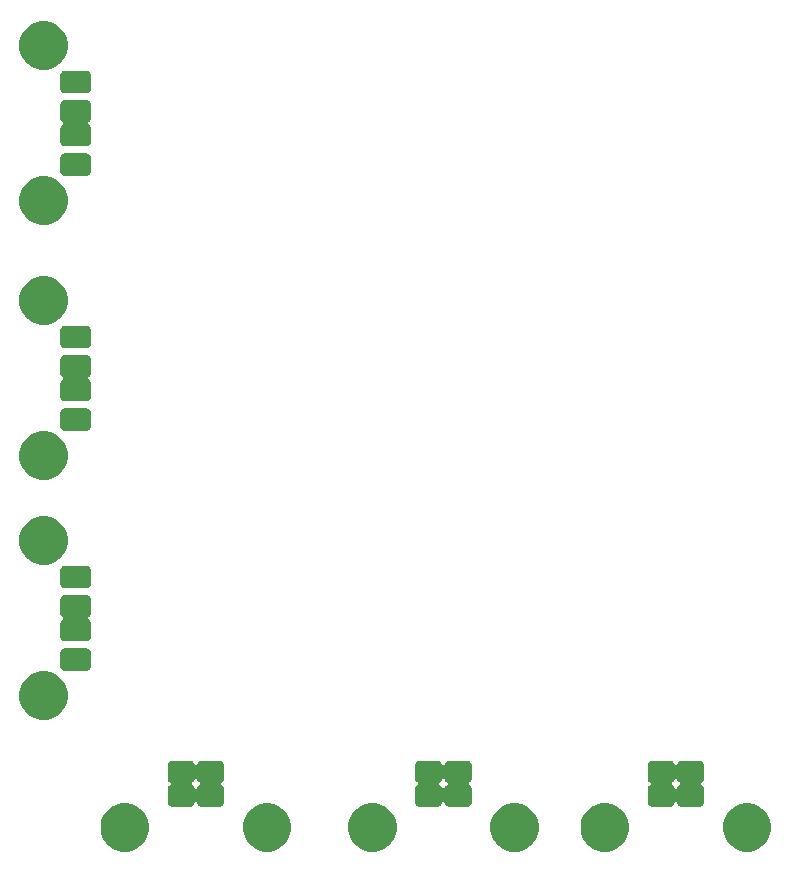
<source format=gbr>
G04 #@! TF.GenerationSoftware,KiCad,Pcbnew,(5.1.4)-1*
G04 #@! TF.CreationDate,2020-11-19T13:50:43+07:00*
G04 #@! TF.ProjectId,serial,73657269-616c-42e6-9b69-6361645f7063,rev?*
G04 #@! TF.SameCoordinates,Original*
G04 #@! TF.FileFunction,Soldermask,Top*
G04 #@! TF.FilePolarity,Negative*
%FSLAX46Y46*%
G04 Gerber Fmt 4.6, Leading zero omitted, Abs format (unit mm)*
G04 Created by KiCad (PCBNEW (5.1.4)-1) date 2020-11-19 13:50:43*
%MOMM*%
%LPD*%
G04 APERTURE LIST*
%ADD10C,0.100000*%
G04 APERTURE END LIST*
D10*
G36*
X133003254Y-92907818D02*
G01*
X133348665Y-93050892D01*
X133376513Y-93062427D01*
X133712436Y-93286884D01*
X133998116Y-93572564D01*
X134222574Y-93908489D01*
X134377182Y-94281746D01*
X134456000Y-94677993D01*
X134456000Y-95082007D01*
X134377182Y-95478254D01*
X134222574Y-95851511D01*
X134222573Y-95851513D01*
X133998116Y-96187436D01*
X133712436Y-96473116D01*
X133376513Y-96697573D01*
X133376512Y-96697574D01*
X133376511Y-96697574D01*
X133003254Y-96852182D01*
X132607007Y-96931000D01*
X132202993Y-96931000D01*
X131806746Y-96852182D01*
X131433489Y-96697574D01*
X131433488Y-96697574D01*
X131433487Y-96697573D01*
X131097564Y-96473116D01*
X130811884Y-96187436D01*
X130587427Y-95851513D01*
X130587426Y-95851511D01*
X130432818Y-95478254D01*
X130354000Y-95082007D01*
X130354000Y-94677993D01*
X130432818Y-94281746D01*
X130587426Y-93908489D01*
X130811884Y-93572564D01*
X131097564Y-93286884D01*
X131433487Y-93062427D01*
X131461335Y-93050892D01*
X131806746Y-92907818D01*
X132202993Y-92829000D01*
X132607007Y-92829000D01*
X133003254Y-92907818D01*
X133003254Y-92907818D01*
G37*
G36*
X113318254Y-92907818D02*
G01*
X113663665Y-93050892D01*
X113691513Y-93062427D01*
X114027436Y-93286884D01*
X114313116Y-93572564D01*
X114537574Y-93908489D01*
X114692182Y-94281746D01*
X114771000Y-94677993D01*
X114771000Y-95082007D01*
X114692182Y-95478254D01*
X114537574Y-95851511D01*
X114537573Y-95851513D01*
X114313116Y-96187436D01*
X114027436Y-96473116D01*
X113691513Y-96697573D01*
X113691512Y-96697574D01*
X113691511Y-96697574D01*
X113318254Y-96852182D01*
X112922007Y-96931000D01*
X112517993Y-96931000D01*
X112121746Y-96852182D01*
X111748489Y-96697574D01*
X111748488Y-96697574D01*
X111748487Y-96697573D01*
X111412564Y-96473116D01*
X111126884Y-96187436D01*
X110902427Y-95851513D01*
X110902426Y-95851511D01*
X110747818Y-95478254D01*
X110669000Y-95082007D01*
X110669000Y-94677993D01*
X110747818Y-94281746D01*
X110902426Y-93908489D01*
X111126884Y-93572564D01*
X111412564Y-93286884D01*
X111748487Y-93062427D01*
X111776335Y-93050892D01*
X112121746Y-92907818D01*
X112517993Y-92829000D01*
X112922007Y-92829000D01*
X113318254Y-92907818D01*
X113318254Y-92907818D01*
G37*
G36*
X101278254Y-92907818D02*
G01*
X101623665Y-93050892D01*
X101651513Y-93062427D01*
X101987436Y-93286884D01*
X102273116Y-93572564D01*
X102497574Y-93908489D01*
X102652182Y-94281746D01*
X102731000Y-94677993D01*
X102731000Y-95082007D01*
X102652182Y-95478254D01*
X102497574Y-95851511D01*
X102497573Y-95851513D01*
X102273116Y-96187436D01*
X101987436Y-96473116D01*
X101651513Y-96697573D01*
X101651512Y-96697574D01*
X101651511Y-96697574D01*
X101278254Y-96852182D01*
X100882007Y-96931000D01*
X100477993Y-96931000D01*
X100081746Y-96852182D01*
X99708489Y-96697574D01*
X99708488Y-96697574D01*
X99708487Y-96697573D01*
X99372564Y-96473116D01*
X99086884Y-96187436D01*
X98862427Y-95851513D01*
X98862426Y-95851511D01*
X98707818Y-95478254D01*
X98629000Y-95082007D01*
X98629000Y-94677993D01*
X98707818Y-94281746D01*
X98862426Y-93908489D01*
X99086884Y-93572564D01*
X99372564Y-93286884D01*
X99708487Y-93062427D01*
X99736335Y-93050892D01*
X100081746Y-92907818D01*
X100477993Y-92829000D01*
X100882007Y-92829000D01*
X101278254Y-92907818D01*
X101278254Y-92907818D01*
G37*
G36*
X80323254Y-92907818D02*
G01*
X80668665Y-93050892D01*
X80696513Y-93062427D01*
X81032436Y-93286884D01*
X81318116Y-93572564D01*
X81542574Y-93908489D01*
X81697182Y-94281746D01*
X81776000Y-94677993D01*
X81776000Y-95082007D01*
X81697182Y-95478254D01*
X81542574Y-95851511D01*
X81542573Y-95851513D01*
X81318116Y-96187436D01*
X81032436Y-96473116D01*
X80696513Y-96697573D01*
X80696512Y-96697574D01*
X80696511Y-96697574D01*
X80323254Y-96852182D01*
X79927007Y-96931000D01*
X79522993Y-96931000D01*
X79126746Y-96852182D01*
X78753489Y-96697574D01*
X78753488Y-96697574D01*
X78753487Y-96697573D01*
X78417564Y-96473116D01*
X78131884Y-96187436D01*
X77907427Y-95851513D01*
X77907426Y-95851511D01*
X77752818Y-95478254D01*
X77674000Y-95082007D01*
X77674000Y-94677993D01*
X77752818Y-94281746D01*
X77907426Y-93908489D01*
X78131884Y-93572564D01*
X78417564Y-93286884D01*
X78753487Y-93062427D01*
X78781335Y-93050892D01*
X79126746Y-92907818D01*
X79522993Y-92829000D01*
X79927007Y-92829000D01*
X80323254Y-92907818D01*
X80323254Y-92907818D01*
G37*
G36*
X92363254Y-92907818D02*
G01*
X92708665Y-93050892D01*
X92736513Y-93062427D01*
X93072436Y-93286884D01*
X93358116Y-93572564D01*
X93582574Y-93908489D01*
X93737182Y-94281746D01*
X93816000Y-94677993D01*
X93816000Y-95082007D01*
X93737182Y-95478254D01*
X93582574Y-95851511D01*
X93582573Y-95851513D01*
X93358116Y-96187436D01*
X93072436Y-96473116D01*
X92736513Y-96697573D01*
X92736512Y-96697574D01*
X92736511Y-96697574D01*
X92363254Y-96852182D01*
X91967007Y-96931000D01*
X91562993Y-96931000D01*
X91166746Y-96852182D01*
X90793489Y-96697574D01*
X90793488Y-96697574D01*
X90793487Y-96697573D01*
X90457564Y-96473116D01*
X90171884Y-96187436D01*
X89947427Y-95851513D01*
X89947426Y-95851511D01*
X89792818Y-95478254D01*
X89714000Y-95082007D01*
X89714000Y-94677993D01*
X89792818Y-94281746D01*
X89947426Y-93908489D01*
X90171884Y-93572564D01*
X90457564Y-93286884D01*
X90793487Y-93062427D01*
X90821335Y-93050892D01*
X91166746Y-92907818D01*
X91562993Y-92829000D01*
X91967007Y-92829000D01*
X92363254Y-92907818D01*
X92363254Y-92907818D01*
G37*
G36*
X120963254Y-92907818D02*
G01*
X121308665Y-93050892D01*
X121336513Y-93062427D01*
X121672436Y-93286884D01*
X121958116Y-93572564D01*
X122182574Y-93908489D01*
X122337182Y-94281746D01*
X122416000Y-94677993D01*
X122416000Y-95082007D01*
X122337182Y-95478254D01*
X122182574Y-95851511D01*
X122182573Y-95851513D01*
X121958116Y-96187436D01*
X121672436Y-96473116D01*
X121336513Y-96697573D01*
X121336512Y-96697574D01*
X121336511Y-96697574D01*
X120963254Y-96852182D01*
X120567007Y-96931000D01*
X120162993Y-96931000D01*
X119766746Y-96852182D01*
X119393489Y-96697574D01*
X119393488Y-96697574D01*
X119393487Y-96697573D01*
X119057564Y-96473116D01*
X118771884Y-96187436D01*
X118547427Y-95851513D01*
X118547426Y-95851511D01*
X118392818Y-95478254D01*
X118314000Y-95082007D01*
X118314000Y-94677993D01*
X118392818Y-94281746D01*
X118547426Y-93908489D01*
X118771884Y-93572564D01*
X119057564Y-93286884D01*
X119393487Y-93062427D01*
X119421335Y-93050892D01*
X119766746Y-92907818D01*
X120162993Y-92829000D01*
X120567007Y-92829000D01*
X120963254Y-92907818D01*
X120963254Y-92907818D01*
G37*
G36*
X85313455Y-89227528D02*
G01*
X85390812Y-89250995D01*
X85462117Y-89289108D01*
X85524608Y-89340392D01*
X85575892Y-89402883D01*
X85614005Y-89474188D01*
X85625384Y-89511699D01*
X85634761Y-89534338D01*
X85648375Y-89554712D01*
X85665702Y-89572039D01*
X85686076Y-89585653D01*
X85708715Y-89595030D01*
X85732748Y-89599810D01*
X85757253Y-89599810D01*
X85781286Y-89595029D01*
X85803925Y-89585652D01*
X85824299Y-89572038D01*
X85841626Y-89554711D01*
X85855240Y-89534337D01*
X85864616Y-89511699D01*
X85875995Y-89474188D01*
X85914108Y-89402883D01*
X85965392Y-89340392D01*
X86027883Y-89289108D01*
X86099188Y-89250995D01*
X86176545Y-89227528D01*
X86263140Y-89219000D01*
X87726860Y-89219000D01*
X87813455Y-89227528D01*
X87890812Y-89250995D01*
X87962117Y-89289108D01*
X88024608Y-89340392D01*
X88075892Y-89402883D01*
X88114005Y-89474188D01*
X88137472Y-89551545D01*
X88146000Y-89638140D01*
X88146000Y-90701860D01*
X88137472Y-90788455D01*
X88114005Y-90865812D01*
X88075892Y-90937117D01*
X88024608Y-90999608D01*
X87962117Y-91050892D01*
X87945526Y-91059760D01*
X87925152Y-91073374D01*
X87907825Y-91090701D01*
X87894211Y-91111075D01*
X87884834Y-91133714D01*
X87880053Y-91157747D01*
X87880053Y-91182251D01*
X87884833Y-91206285D01*
X87894210Y-91228924D01*
X87907824Y-91249298D01*
X87925151Y-91266625D01*
X87945526Y-91280240D01*
X87962117Y-91289108D01*
X88024608Y-91340392D01*
X88075892Y-91402883D01*
X88114005Y-91474188D01*
X88137472Y-91551545D01*
X88146000Y-91638140D01*
X88146000Y-92701860D01*
X88137472Y-92788455D01*
X88114005Y-92865812D01*
X88075892Y-92937117D01*
X88024608Y-92999608D01*
X87962117Y-93050892D01*
X87890812Y-93089005D01*
X87813455Y-93112472D01*
X87726860Y-93121000D01*
X86263140Y-93121000D01*
X86176545Y-93112472D01*
X86099188Y-93089005D01*
X86027883Y-93050892D01*
X85965392Y-92999608D01*
X85914108Y-92937117D01*
X85875995Y-92865812D01*
X85864616Y-92828301D01*
X85855239Y-92805662D01*
X85841625Y-92785288D01*
X85824298Y-92767961D01*
X85803924Y-92754347D01*
X85781285Y-92744970D01*
X85757252Y-92740190D01*
X85732747Y-92740190D01*
X85708714Y-92744971D01*
X85686075Y-92754348D01*
X85665701Y-92767962D01*
X85648374Y-92785289D01*
X85634760Y-92805663D01*
X85625384Y-92828301D01*
X85614005Y-92865812D01*
X85575892Y-92937117D01*
X85524608Y-92999608D01*
X85462117Y-93050892D01*
X85390812Y-93089005D01*
X85313455Y-93112472D01*
X85226860Y-93121000D01*
X83763140Y-93121000D01*
X83676545Y-93112472D01*
X83599188Y-93089005D01*
X83527883Y-93050892D01*
X83465392Y-92999608D01*
X83414108Y-92937117D01*
X83375995Y-92865812D01*
X83352528Y-92788455D01*
X83344000Y-92701860D01*
X83344000Y-91638140D01*
X83352528Y-91551545D01*
X83375995Y-91474188D01*
X83414108Y-91402883D01*
X83465392Y-91340392D01*
X83527883Y-91289108D01*
X83544474Y-91280240D01*
X83564848Y-91266626D01*
X83582175Y-91249299D01*
X83595789Y-91228925D01*
X83605166Y-91206286D01*
X83609947Y-91182253D01*
X83609947Y-91157749D01*
X83609947Y-91157747D01*
X85380053Y-91157747D01*
X85380053Y-91182251D01*
X85384833Y-91206285D01*
X85394210Y-91228924D01*
X85407824Y-91249298D01*
X85425151Y-91266625D01*
X85445526Y-91280240D01*
X85462117Y-91289108D01*
X85524608Y-91340392D01*
X85575892Y-91402883D01*
X85614005Y-91474188D01*
X85625384Y-91511699D01*
X85634761Y-91534338D01*
X85648375Y-91554712D01*
X85665702Y-91572039D01*
X85686076Y-91585653D01*
X85708715Y-91595030D01*
X85732748Y-91599810D01*
X85757253Y-91599810D01*
X85781286Y-91595029D01*
X85803925Y-91585652D01*
X85824299Y-91572038D01*
X85841626Y-91554711D01*
X85855240Y-91534337D01*
X85864616Y-91511699D01*
X85875995Y-91474188D01*
X85914108Y-91402883D01*
X85965392Y-91340392D01*
X86027883Y-91289108D01*
X86044474Y-91280240D01*
X86064848Y-91266626D01*
X86082175Y-91249299D01*
X86095789Y-91228925D01*
X86105166Y-91206286D01*
X86109947Y-91182253D01*
X86109947Y-91157749D01*
X86105167Y-91133715D01*
X86095790Y-91111076D01*
X86082176Y-91090702D01*
X86064849Y-91073375D01*
X86044474Y-91059760D01*
X86027883Y-91050892D01*
X85965392Y-90999608D01*
X85914108Y-90937117D01*
X85875995Y-90865812D01*
X85864616Y-90828301D01*
X85855239Y-90805662D01*
X85841625Y-90785288D01*
X85824298Y-90767961D01*
X85803924Y-90754347D01*
X85781285Y-90744970D01*
X85757252Y-90740190D01*
X85732747Y-90740190D01*
X85708714Y-90744971D01*
X85686075Y-90754348D01*
X85665701Y-90767962D01*
X85648374Y-90785289D01*
X85634760Y-90805663D01*
X85625384Y-90828301D01*
X85614005Y-90865812D01*
X85575892Y-90937117D01*
X85524608Y-90999608D01*
X85462117Y-91050892D01*
X85445526Y-91059760D01*
X85425152Y-91073374D01*
X85407825Y-91090701D01*
X85394211Y-91111075D01*
X85384834Y-91133714D01*
X85380053Y-91157747D01*
X83609947Y-91157747D01*
X83605167Y-91133715D01*
X83595790Y-91111076D01*
X83582176Y-91090702D01*
X83564849Y-91073375D01*
X83544474Y-91059760D01*
X83527883Y-91050892D01*
X83465392Y-90999608D01*
X83414108Y-90937117D01*
X83375995Y-90865812D01*
X83352528Y-90788455D01*
X83344000Y-90701860D01*
X83344000Y-89638140D01*
X83352528Y-89551545D01*
X83375995Y-89474188D01*
X83414108Y-89402883D01*
X83465392Y-89340392D01*
X83527883Y-89289108D01*
X83599188Y-89250995D01*
X83676545Y-89227528D01*
X83763140Y-89219000D01*
X85226860Y-89219000D01*
X85313455Y-89227528D01*
X85313455Y-89227528D01*
G37*
G36*
X106268455Y-89227528D02*
G01*
X106345812Y-89250995D01*
X106417117Y-89289108D01*
X106479608Y-89340392D01*
X106530892Y-89402883D01*
X106569005Y-89474188D01*
X106580384Y-89511699D01*
X106589761Y-89534338D01*
X106603375Y-89554712D01*
X106620702Y-89572039D01*
X106641076Y-89585653D01*
X106663715Y-89595030D01*
X106687748Y-89599810D01*
X106712253Y-89599810D01*
X106736286Y-89595029D01*
X106758925Y-89585652D01*
X106779299Y-89572038D01*
X106796626Y-89554711D01*
X106810240Y-89534337D01*
X106819616Y-89511699D01*
X106830995Y-89474188D01*
X106869108Y-89402883D01*
X106920392Y-89340392D01*
X106982883Y-89289108D01*
X107054188Y-89250995D01*
X107131545Y-89227528D01*
X107218140Y-89219000D01*
X108681860Y-89219000D01*
X108768455Y-89227528D01*
X108845812Y-89250995D01*
X108917117Y-89289108D01*
X108979608Y-89340392D01*
X109030892Y-89402883D01*
X109069005Y-89474188D01*
X109092472Y-89551545D01*
X109101000Y-89638140D01*
X109101000Y-90701860D01*
X109092472Y-90788455D01*
X109069005Y-90865812D01*
X109030892Y-90937117D01*
X108979608Y-90999608D01*
X108917117Y-91050892D01*
X108900526Y-91059760D01*
X108880152Y-91073374D01*
X108862825Y-91090701D01*
X108849211Y-91111075D01*
X108839834Y-91133714D01*
X108835053Y-91157747D01*
X108835053Y-91182251D01*
X108839833Y-91206285D01*
X108849210Y-91228924D01*
X108862824Y-91249298D01*
X108880151Y-91266625D01*
X108900526Y-91280240D01*
X108917117Y-91289108D01*
X108979608Y-91340392D01*
X109030892Y-91402883D01*
X109069005Y-91474188D01*
X109092472Y-91551545D01*
X109101000Y-91638140D01*
X109101000Y-92701860D01*
X109092472Y-92788455D01*
X109069005Y-92865812D01*
X109030892Y-92937117D01*
X108979608Y-92999608D01*
X108917117Y-93050892D01*
X108845812Y-93089005D01*
X108768455Y-93112472D01*
X108681860Y-93121000D01*
X107218140Y-93121000D01*
X107131545Y-93112472D01*
X107054188Y-93089005D01*
X106982883Y-93050892D01*
X106920392Y-92999608D01*
X106869108Y-92937117D01*
X106830995Y-92865812D01*
X106819616Y-92828301D01*
X106810239Y-92805662D01*
X106796625Y-92785288D01*
X106779298Y-92767961D01*
X106758924Y-92754347D01*
X106736285Y-92744970D01*
X106712252Y-92740190D01*
X106687747Y-92740190D01*
X106663714Y-92744971D01*
X106641075Y-92754348D01*
X106620701Y-92767962D01*
X106603374Y-92785289D01*
X106589760Y-92805663D01*
X106580384Y-92828301D01*
X106569005Y-92865812D01*
X106530892Y-92937117D01*
X106479608Y-92999608D01*
X106417117Y-93050892D01*
X106345812Y-93089005D01*
X106268455Y-93112472D01*
X106181860Y-93121000D01*
X104718140Y-93121000D01*
X104631545Y-93112472D01*
X104554188Y-93089005D01*
X104482883Y-93050892D01*
X104420392Y-92999608D01*
X104369108Y-92937117D01*
X104330995Y-92865812D01*
X104307528Y-92788455D01*
X104299000Y-92701860D01*
X104299000Y-91638140D01*
X104307528Y-91551545D01*
X104330995Y-91474188D01*
X104369108Y-91402883D01*
X104420392Y-91340392D01*
X104482883Y-91289108D01*
X104499474Y-91280240D01*
X104519848Y-91266626D01*
X104537175Y-91249299D01*
X104550789Y-91228925D01*
X104560166Y-91206286D01*
X104564947Y-91182253D01*
X104564947Y-91157749D01*
X104564947Y-91157747D01*
X106335053Y-91157747D01*
X106335053Y-91182251D01*
X106339833Y-91206285D01*
X106349210Y-91228924D01*
X106362824Y-91249298D01*
X106380151Y-91266625D01*
X106400526Y-91280240D01*
X106417117Y-91289108D01*
X106479608Y-91340392D01*
X106530892Y-91402883D01*
X106569005Y-91474188D01*
X106580384Y-91511699D01*
X106589761Y-91534338D01*
X106603375Y-91554712D01*
X106620702Y-91572039D01*
X106641076Y-91585653D01*
X106663715Y-91595030D01*
X106687748Y-91599810D01*
X106712253Y-91599810D01*
X106736286Y-91595029D01*
X106758925Y-91585652D01*
X106779299Y-91572038D01*
X106796626Y-91554711D01*
X106810240Y-91534337D01*
X106819616Y-91511699D01*
X106830995Y-91474188D01*
X106869108Y-91402883D01*
X106920392Y-91340392D01*
X106982883Y-91289108D01*
X106999474Y-91280240D01*
X107019848Y-91266626D01*
X107037175Y-91249299D01*
X107050789Y-91228925D01*
X107060166Y-91206286D01*
X107064947Y-91182253D01*
X107064947Y-91157749D01*
X107060167Y-91133715D01*
X107050790Y-91111076D01*
X107037176Y-91090702D01*
X107019849Y-91073375D01*
X106999474Y-91059760D01*
X106982883Y-91050892D01*
X106920392Y-90999608D01*
X106869108Y-90937117D01*
X106830995Y-90865812D01*
X106819616Y-90828301D01*
X106810239Y-90805662D01*
X106796625Y-90785288D01*
X106779298Y-90767961D01*
X106758924Y-90754347D01*
X106736285Y-90744970D01*
X106712252Y-90740190D01*
X106687747Y-90740190D01*
X106663714Y-90744971D01*
X106641075Y-90754348D01*
X106620701Y-90767962D01*
X106603374Y-90785289D01*
X106589760Y-90805663D01*
X106580384Y-90828301D01*
X106569005Y-90865812D01*
X106530892Y-90937117D01*
X106479608Y-90999608D01*
X106417117Y-91050892D01*
X106400526Y-91059760D01*
X106380152Y-91073374D01*
X106362825Y-91090701D01*
X106349211Y-91111075D01*
X106339834Y-91133714D01*
X106335053Y-91157747D01*
X104564947Y-91157747D01*
X104560167Y-91133715D01*
X104550790Y-91111076D01*
X104537176Y-91090702D01*
X104519849Y-91073375D01*
X104499474Y-91059760D01*
X104482883Y-91050892D01*
X104420392Y-90999608D01*
X104369108Y-90937117D01*
X104330995Y-90865812D01*
X104307528Y-90788455D01*
X104299000Y-90701860D01*
X104299000Y-89638140D01*
X104307528Y-89551545D01*
X104330995Y-89474188D01*
X104369108Y-89402883D01*
X104420392Y-89340392D01*
X104482883Y-89289108D01*
X104554188Y-89250995D01*
X104631545Y-89227528D01*
X104718140Y-89219000D01*
X106181860Y-89219000D01*
X106268455Y-89227528D01*
X106268455Y-89227528D01*
G37*
G36*
X125953455Y-89227528D02*
G01*
X126030812Y-89250995D01*
X126102117Y-89289108D01*
X126164608Y-89340392D01*
X126215892Y-89402883D01*
X126254005Y-89474188D01*
X126265384Y-89511699D01*
X126274761Y-89534338D01*
X126288375Y-89554712D01*
X126305702Y-89572039D01*
X126326076Y-89585653D01*
X126348715Y-89595030D01*
X126372748Y-89599810D01*
X126397253Y-89599810D01*
X126421286Y-89595029D01*
X126443925Y-89585652D01*
X126464299Y-89572038D01*
X126481626Y-89554711D01*
X126495240Y-89534337D01*
X126504616Y-89511699D01*
X126515995Y-89474188D01*
X126554108Y-89402883D01*
X126605392Y-89340392D01*
X126667883Y-89289108D01*
X126739188Y-89250995D01*
X126816545Y-89227528D01*
X126903140Y-89219000D01*
X128366860Y-89219000D01*
X128453455Y-89227528D01*
X128530812Y-89250995D01*
X128602117Y-89289108D01*
X128664608Y-89340392D01*
X128715892Y-89402883D01*
X128754005Y-89474188D01*
X128777472Y-89551545D01*
X128786000Y-89638140D01*
X128786000Y-90701860D01*
X128777472Y-90788455D01*
X128754005Y-90865812D01*
X128715892Y-90937117D01*
X128664608Y-90999608D01*
X128602117Y-91050892D01*
X128585526Y-91059760D01*
X128565152Y-91073374D01*
X128547825Y-91090701D01*
X128534211Y-91111075D01*
X128524834Y-91133714D01*
X128520053Y-91157747D01*
X128520053Y-91182251D01*
X128524833Y-91206285D01*
X128534210Y-91228924D01*
X128547824Y-91249298D01*
X128565151Y-91266625D01*
X128585526Y-91280240D01*
X128602117Y-91289108D01*
X128664608Y-91340392D01*
X128715892Y-91402883D01*
X128754005Y-91474188D01*
X128777472Y-91551545D01*
X128786000Y-91638140D01*
X128786000Y-92701860D01*
X128777472Y-92788455D01*
X128754005Y-92865812D01*
X128715892Y-92937117D01*
X128664608Y-92999608D01*
X128602117Y-93050892D01*
X128530812Y-93089005D01*
X128453455Y-93112472D01*
X128366860Y-93121000D01*
X126903140Y-93121000D01*
X126816545Y-93112472D01*
X126739188Y-93089005D01*
X126667883Y-93050892D01*
X126605392Y-92999608D01*
X126554108Y-92937117D01*
X126515995Y-92865812D01*
X126504616Y-92828301D01*
X126495239Y-92805662D01*
X126481625Y-92785288D01*
X126464298Y-92767961D01*
X126443924Y-92754347D01*
X126421285Y-92744970D01*
X126397252Y-92740190D01*
X126372747Y-92740190D01*
X126348714Y-92744971D01*
X126326075Y-92754348D01*
X126305701Y-92767962D01*
X126288374Y-92785289D01*
X126274760Y-92805663D01*
X126265384Y-92828301D01*
X126254005Y-92865812D01*
X126215892Y-92937117D01*
X126164608Y-92999608D01*
X126102117Y-93050892D01*
X126030812Y-93089005D01*
X125953455Y-93112472D01*
X125866860Y-93121000D01*
X124403140Y-93121000D01*
X124316545Y-93112472D01*
X124239188Y-93089005D01*
X124167883Y-93050892D01*
X124105392Y-92999608D01*
X124054108Y-92937117D01*
X124015995Y-92865812D01*
X123992528Y-92788455D01*
X123984000Y-92701860D01*
X123984000Y-91638140D01*
X123992528Y-91551545D01*
X124015995Y-91474188D01*
X124054108Y-91402883D01*
X124105392Y-91340392D01*
X124167883Y-91289108D01*
X124184474Y-91280240D01*
X124204848Y-91266626D01*
X124222175Y-91249299D01*
X124235789Y-91228925D01*
X124245166Y-91206286D01*
X124249947Y-91182253D01*
X124249947Y-91157749D01*
X124249947Y-91157747D01*
X126020053Y-91157747D01*
X126020053Y-91182251D01*
X126024833Y-91206285D01*
X126034210Y-91228924D01*
X126047824Y-91249298D01*
X126065151Y-91266625D01*
X126085526Y-91280240D01*
X126102117Y-91289108D01*
X126164608Y-91340392D01*
X126215892Y-91402883D01*
X126254005Y-91474188D01*
X126265384Y-91511699D01*
X126274761Y-91534338D01*
X126288375Y-91554712D01*
X126305702Y-91572039D01*
X126326076Y-91585653D01*
X126348715Y-91595030D01*
X126372748Y-91599810D01*
X126397253Y-91599810D01*
X126421286Y-91595029D01*
X126443925Y-91585652D01*
X126464299Y-91572038D01*
X126481626Y-91554711D01*
X126495240Y-91534337D01*
X126504616Y-91511699D01*
X126515995Y-91474188D01*
X126554108Y-91402883D01*
X126605392Y-91340392D01*
X126667883Y-91289108D01*
X126684474Y-91280240D01*
X126704848Y-91266626D01*
X126722175Y-91249299D01*
X126735789Y-91228925D01*
X126745166Y-91206286D01*
X126749947Y-91182253D01*
X126749947Y-91157749D01*
X126745167Y-91133715D01*
X126735790Y-91111076D01*
X126722176Y-91090702D01*
X126704849Y-91073375D01*
X126684474Y-91059760D01*
X126667883Y-91050892D01*
X126605392Y-90999608D01*
X126554108Y-90937117D01*
X126515995Y-90865812D01*
X126504616Y-90828301D01*
X126495239Y-90805662D01*
X126481625Y-90785288D01*
X126464298Y-90767961D01*
X126443924Y-90754347D01*
X126421285Y-90744970D01*
X126397252Y-90740190D01*
X126372747Y-90740190D01*
X126348714Y-90744971D01*
X126326075Y-90754348D01*
X126305701Y-90767962D01*
X126288374Y-90785289D01*
X126274760Y-90805663D01*
X126265384Y-90828301D01*
X126254005Y-90865812D01*
X126215892Y-90937117D01*
X126164608Y-90999608D01*
X126102117Y-91050892D01*
X126085526Y-91059760D01*
X126065152Y-91073374D01*
X126047825Y-91090701D01*
X126034211Y-91111075D01*
X126024834Y-91133714D01*
X126020053Y-91157747D01*
X124249947Y-91157747D01*
X124245167Y-91133715D01*
X124235790Y-91111076D01*
X124222176Y-91090702D01*
X124204849Y-91073375D01*
X124184474Y-91059760D01*
X124167883Y-91050892D01*
X124105392Y-90999608D01*
X124054108Y-90937117D01*
X124015995Y-90865812D01*
X123992528Y-90788455D01*
X123984000Y-90701860D01*
X123984000Y-89638140D01*
X123992528Y-89551545D01*
X124015995Y-89474188D01*
X124054108Y-89402883D01*
X124105392Y-89340392D01*
X124167883Y-89289108D01*
X124239188Y-89250995D01*
X124316545Y-89227528D01*
X124403140Y-89219000D01*
X125866860Y-89219000D01*
X125953455Y-89227528D01*
X125953455Y-89227528D01*
G37*
G36*
X73453254Y-81757818D02*
G01*
X73826511Y-81912426D01*
X73826513Y-81912427D01*
X74162436Y-82136884D01*
X74448116Y-82422564D01*
X74672574Y-82758489D01*
X74827182Y-83131746D01*
X74906000Y-83527993D01*
X74906000Y-83932007D01*
X74827182Y-84328254D01*
X74672574Y-84701511D01*
X74672573Y-84701513D01*
X74448116Y-85037436D01*
X74162436Y-85323116D01*
X73826513Y-85547573D01*
X73826512Y-85547574D01*
X73826511Y-85547574D01*
X73453254Y-85702182D01*
X73057007Y-85781000D01*
X72652993Y-85781000D01*
X72256746Y-85702182D01*
X71883489Y-85547574D01*
X71883488Y-85547574D01*
X71883487Y-85547573D01*
X71547564Y-85323116D01*
X71261884Y-85037436D01*
X71037427Y-84701513D01*
X71037426Y-84701511D01*
X70882818Y-84328254D01*
X70804000Y-83932007D01*
X70804000Y-83527993D01*
X70882818Y-83131746D01*
X71037426Y-82758489D01*
X71261884Y-82422564D01*
X71547564Y-82136884D01*
X71883487Y-81912427D01*
X71883489Y-81912426D01*
X72256746Y-81757818D01*
X72652993Y-81679000D01*
X73057007Y-81679000D01*
X73453254Y-81757818D01*
X73453254Y-81757818D01*
G37*
G36*
X76533455Y-79717528D02*
G01*
X76610812Y-79740995D01*
X76682117Y-79779108D01*
X76744608Y-79830392D01*
X76795892Y-79892883D01*
X76834005Y-79964188D01*
X76857472Y-80041545D01*
X76866000Y-80128140D01*
X76866000Y-81191860D01*
X76857472Y-81278455D01*
X76834005Y-81355812D01*
X76795892Y-81427117D01*
X76744608Y-81489608D01*
X76682117Y-81540892D01*
X76610812Y-81579005D01*
X76533455Y-81602472D01*
X76446860Y-81611000D01*
X74683140Y-81611000D01*
X74596545Y-81602472D01*
X74519188Y-81579005D01*
X74447883Y-81540892D01*
X74385392Y-81489608D01*
X74334108Y-81427117D01*
X74295995Y-81355812D01*
X74272528Y-81278455D01*
X74264000Y-81191860D01*
X74264000Y-80128140D01*
X74272528Y-80041545D01*
X74295995Y-79964188D01*
X74334108Y-79892883D01*
X74385392Y-79830392D01*
X74447883Y-79779108D01*
X74519188Y-79740995D01*
X74596545Y-79717528D01*
X74683140Y-79709000D01*
X76446860Y-79709000D01*
X76533455Y-79717528D01*
X76533455Y-79717528D01*
G37*
G36*
X76533455Y-75217528D02*
G01*
X76610812Y-75240995D01*
X76682117Y-75279108D01*
X76744608Y-75330392D01*
X76795892Y-75392883D01*
X76834005Y-75464188D01*
X76857472Y-75541545D01*
X76866000Y-75628140D01*
X76866000Y-76691860D01*
X76857472Y-76778455D01*
X76834005Y-76855812D01*
X76795892Y-76927117D01*
X76744608Y-76989608D01*
X76682117Y-77040892D01*
X76665526Y-77049760D01*
X76645152Y-77063374D01*
X76627825Y-77080701D01*
X76614211Y-77101075D01*
X76604834Y-77123714D01*
X76600053Y-77147747D01*
X76600053Y-77172251D01*
X76604833Y-77196285D01*
X76614210Y-77218924D01*
X76627824Y-77239298D01*
X76645151Y-77256625D01*
X76665526Y-77270240D01*
X76682117Y-77279108D01*
X76744608Y-77330392D01*
X76795892Y-77392883D01*
X76834005Y-77464188D01*
X76857472Y-77541545D01*
X76866000Y-77628140D01*
X76866000Y-78691860D01*
X76857472Y-78778455D01*
X76834005Y-78855812D01*
X76795892Y-78927117D01*
X76744608Y-78989608D01*
X76682117Y-79040892D01*
X76610812Y-79079005D01*
X76533455Y-79102472D01*
X76446860Y-79111000D01*
X74683140Y-79111000D01*
X74596545Y-79102472D01*
X74519188Y-79079005D01*
X74447883Y-79040892D01*
X74385392Y-78989608D01*
X74334108Y-78927117D01*
X74295995Y-78855812D01*
X74272528Y-78778455D01*
X74264000Y-78691860D01*
X74264000Y-77628140D01*
X74272528Y-77541545D01*
X74295995Y-77464188D01*
X74334108Y-77392883D01*
X74385392Y-77330392D01*
X74447883Y-77279108D01*
X74464474Y-77270240D01*
X74484848Y-77256626D01*
X74502175Y-77239299D01*
X74515789Y-77218925D01*
X74525166Y-77196286D01*
X74529947Y-77172253D01*
X74529947Y-77147749D01*
X74525167Y-77123715D01*
X74515790Y-77101076D01*
X74502176Y-77080702D01*
X74484849Y-77063375D01*
X74464474Y-77049760D01*
X74447883Y-77040892D01*
X74385392Y-76989608D01*
X74334108Y-76927117D01*
X74295995Y-76855812D01*
X74272528Y-76778455D01*
X74264000Y-76691860D01*
X74264000Y-75628140D01*
X74272528Y-75541545D01*
X74295995Y-75464188D01*
X74334108Y-75392883D01*
X74385392Y-75330392D01*
X74447883Y-75279108D01*
X74519188Y-75240995D01*
X74596545Y-75217528D01*
X74683140Y-75209000D01*
X76446860Y-75209000D01*
X76533455Y-75217528D01*
X76533455Y-75217528D01*
G37*
G36*
X76533455Y-72717528D02*
G01*
X76610812Y-72740995D01*
X76682117Y-72779108D01*
X76744608Y-72830392D01*
X76795892Y-72892883D01*
X76834005Y-72964188D01*
X76857472Y-73041545D01*
X76866000Y-73128140D01*
X76866000Y-74191860D01*
X76857472Y-74278455D01*
X76834005Y-74355812D01*
X76795892Y-74427117D01*
X76744608Y-74489608D01*
X76682117Y-74540892D01*
X76610812Y-74579005D01*
X76533455Y-74602472D01*
X76446860Y-74611000D01*
X74683140Y-74611000D01*
X74596545Y-74602472D01*
X74519188Y-74579005D01*
X74447883Y-74540892D01*
X74385392Y-74489608D01*
X74334108Y-74427117D01*
X74295995Y-74355812D01*
X74272528Y-74278455D01*
X74264000Y-74191860D01*
X74264000Y-73128140D01*
X74272528Y-73041545D01*
X74295995Y-72964188D01*
X74334108Y-72892883D01*
X74385392Y-72830392D01*
X74447883Y-72779108D01*
X74519188Y-72740995D01*
X74596545Y-72717528D01*
X74683140Y-72709000D01*
X76446860Y-72709000D01*
X76533455Y-72717528D01*
X76533455Y-72717528D01*
G37*
G36*
X73453254Y-68617818D02*
G01*
X73826511Y-68772426D01*
X73826513Y-68772427D01*
X74162436Y-68996884D01*
X74448116Y-69282564D01*
X74672574Y-69618489D01*
X74827182Y-69991746D01*
X74906000Y-70387993D01*
X74906000Y-70792007D01*
X74827182Y-71188254D01*
X74672574Y-71561511D01*
X74672573Y-71561513D01*
X74448116Y-71897436D01*
X74162436Y-72183116D01*
X73826513Y-72407573D01*
X73826512Y-72407574D01*
X73826511Y-72407574D01*
X73453254Y-72562182D01*
X73057007Y-72641000D01*
X72652993Y-72641000D01*
X72256746Y-72562182D01*
X71883489Y-72407574D01*
X71883488Y-72407574D01*
X71883487Y-72407573D01*
X71547564Y-72183116D01*
X71261884Y-71897436D01*
X71037427Y-71561513D01*
X71037426Y-71561511D01*
X70882818Y-71188254D01*
X70804000Y-70792007D01*
X70804000Y-70387993D01*
X70882818Y-69991746D01*
X71037426Y-69618489D01*
X71261884Y-69282564D01*
X71547564Y-68996884D01*
X71883487Y-68772427D01*
X71883489Y-68772426D01*
X72256746Y-68617818D01*
X72652993Y-68539000D01*
X73057007Y-68539000D01*
X73453254Y-68617818D01*
X73453254Y-68617818D01*
G37*
G36*
X73453254Y-61437818D02*
G01*
X73826511Y-61592426D01*
X73826513Y-61592427D01*
X74162436Y-61816884D01*
X74448116Y-62102564D01*
X74672574Y-62438489D01*
X74827182Y-62811746D01*
X74906000Y-63207993D01*
X74906000Y-63612007D01*
X74827182Y-64008254D01*
X74672574Y-64381511D01*
X74672573Y-64381513D01*
X74448116Y-64717436D01*
X74162436Y-65003116D01*
X73826513Y-65227573D01*
X73826512Y-65227574D01*
X73826511Y-65227574D01*
X73453254Y-65382182D01*
X73057007Y-65461000D01*
X72652993Y-65461000D01*
X72256746Y-65382182D01*
X71883489Y-65227574D01*
X71883488Y-65227574D01*
X71883487Y-65227573D01*
X71547564Y-65003116D01*
X71261884Y-64717436D01*
X71037427Y-64381513D01*
X71037426Y-64381511D01*
X70882818Y-64008254D01*
X70804000Y-63612007D01*
X70804000Y-63207993D01*
X70882818Y-62811746D01*
X71037426Y-62438489D01*
X71261884Y-62102564D01*
X71547564Y-61816884D01*
X71883487Y-61592427D01*
X71883489Y-61592426D01*
X72256746Y-61437818D01*
X72652993Y-61359000D01*
X73057007Y-61359000D01*
X73453254Y-61437818D01*
X73453254Y-61437818D01*
G37*
G36*
X76533455Y-59397528D02*
G01*
X76610812Y-59420995D01*
X76682117Y-59459108D01*
X76744608Y-59510392D01*
X76795892Y-59572883D01*
X76834005Y-59644188D01*
X76857472Y-59721545D01*
X76866000Y-59808140D01*
X76866000Y-60871860D01*
X76857472Y-60958455D01*
X76834005Y-61035812D01*
X76795892Y-61107117D01*
X76744608Y-61169608D01*
X76682117Y-61220892D01*
X76610812Y-61259005D01*
X76533455Y-61282472D01*
X76446860Y-61291000D01*
X74683140Y-61291000D01*
X74596545Y-61282472D01*
X74519188Y-61259005D01*
X74447883Y-61220892D01*
X74385392Y-61169608D01*
X74334108Y-61107117D01*
X74295995Y-61035812D01*
X74272528Y-60958455D01*
X74264000Y-60871860D01*
X74264000Y-59808140D01*
X74272528Y-59721545D01*
X74295995Y-59644188D01*
X74334108Y-59572883D01*
X74385392Y-59510392D01*
X74447883Y-59459108D01*
X74519188Y-59420995D01*
X74596545Y-59397528D01*
X74683140Y-59389000D01*
X76446860Y-59389000D01*
X76533455Y-59397528D01*
X76533455Y-59397528D01*
G37*
G36*
X76533455Y-54897528D02*
G01*
X76610812Y-54920995D01*
X76682117Y-54959108D01*
X76744608Y-55010392D01*
X76795892Y-55072883D01*
X76834005Y-55144188D01*
X76857472Y-55221545D01*
X76866000Y-55308140D01*
X76866000Y-56371860D01*
X76857472Y-56458455D01*
X76834005Y-56535812D01*
X76795892Y-56607117D01*
X76744608Y-56669608D01*
X76682117Y-56720892D01*
X76665526Y-56729760D01*
X76645152Y-56743374D01*
X76627825Y-56760701D01*
X76614211Y-56781075D01*
X76604834Y-56803714D01*
X76600053Y-56827747D01*
X76600053Y-56852251D01*
X76604833Y-56876285D01*
X76614210Y-56898924D01*
X76627824Y-56919298D01*
X76645151Y-56936625D01*
X76665526Y-56950240D01*
X76682117Y-56959108D01*
X76744608Y-57010392D01*
X76795892Y-57072883D01*
X76834005Y-57144188D01*
X76857472Y-57221545D01*
X76866000Y-57308140D01*
X76866000Y-58371860D01*
X76857472Y-58458455D01*
X76834005Y-58535812D01*
X76795892Y-58607117D01*
X76744608Y-58669608D01*
X76682117Y-58720892D01*
X76610812Y-58759005D01*
X76533455Y-58782472D01*
X76446860Y-58791000D01*
X74683140Y-58791000D01*
X74596545Y-58782472D01*
X74519188Y-58759005D01*
X74447883Y-58720892D01*
X74385392Y-58669608D01*
X74334108Y-58607117D01*
X74295995Y-58535812D01*
X74272528Y-58458455D01*
X74264000Y-58371860D01*
X74264000Y-57308140D01*
X74272528Y-57221545D01*
X74295995Y-57144188D01*
X74334108Y-57072883D01*
X74385392Y-57010392D01*
X74447883Y-56959108D01*
X74464474Y-56950240D01*
X74484848Y-56936626D01*
X74502175Y-56919299D01*
X74515789Y-56898925D01*
X74525166Y-56876286D01*
X74529947Y-56852253D01*
X74529947Y-56827749D01*
X74525167Y-56803715D01*
X74515790Y-56781076D01*
X74502176Y-56760702D01*
X74484849Y-56743375D01*
X74464474Y-56729760D01*
X74447883Y-56720892D01*
X74385392Y-56669608D01*
X74334108Y-56607117D01*
X74295995Y-56535812D01*
X74272528Y-56458455D01*
X74264000Y-56371860D01*
X74264000Y-55308140D01*
X74272528Y-55221545D01*
X74295995Y-55144188D01*
X74334108Y-55072883D01*
X74385392Y-55010392D01*
X74447883Y-54959108D01*
X74519188Y-54920995D01*
X74596545Y-54897528D01*
X74683140Y-54889000D01*
X76446860Y-54889000D01*
X76533455Y-54897528D01*
X76533455Y-54897528D01*
G37*
G36*
X76533455Y-52397528D02*
G01*
X76610812Y-52420995D01*
X76682117Y-52459108D01*
X76744608Y-52510392D01*
X76795892Y-52572883D01*
X76834005Y-52644188D01*
X76857472Y-52721545D01*
X76866000Y-52808140D01*
X76866000Y-53871860D01*
X76857472Y-53958455D01*
X76834005Y-54035812D01*
X76795892Y-54107117D01*
X76744608Y-54169608D01*
X76682117Y-54220892D01*
X76610812Y-54259005D01*
X76533455Y-54282472D01*
X76446860Y-54291000D01*
X74683140Y-54291000D01*
X74596545Y-54282472D01*
X74519188Y-54259005D01*
X74447883Y-54220892D01*
X74385392Y-54169608D01*
X74334108Y-54107117D01*
X74295995Y-54035812D01*
X74272528Y-53958455D01*
X74264000Y-53871860D01*
X74264000Y-52808140D01*
X74272528Y-52721545D01*
X74295995Y-52644188D01*
X74334108Y-52572883D01*
X74385392Y-52510392D01*
X74447883Y-52459108D01*
X74519188Y-52420995D01*
X74596545Y-52397528D01*
X74683140Y-52389000D01*
X76446860Y-52389000D01*
X76533455Y-52397528D01*
X76533455Y-52397528D01*
G37*
G36*
X73453254Y-48297818D02*
G01*
X73826511Y-48452426D01*
X73826513Y-48452427D01*
X74162436Y-48676884D01*
X74448116Y-48962564D01*
X74672574Y-49298489D01*
X74827182Y-49671746D01*
X74906000Y-50067993D01*
X74906000Y-50472007D01*
X74827182Y-50868254D01*
X74672574Y-51241511D01*
X74672573Y-51241513D01*
X74448116Y-51577436D01*
X74162436Y-51863116D01*
X73826513Y-52087573D01*
X73826512Y-52087574D01*
X73826511Y-52087574D01*
X73453254Y-52242182D01*
X73057007Y-52321000D01*
X72652993Y-52321000D01*
X72256746Y-52242182D01*
X71883489Y-52087574D01*
X71883488Y-52087574D01*
X71883487Y-52087573D01*
X71547564Y-51863116D01*
X71261884Y-51577436D01*
X71037427Y-51241513D01*
X71037426Y-51241511D01*
X70882818Y-50868254D01*
X70804000Y-50472007D01*
X70804000Y-50067993D01*
X70882818Y-49671746D01*
X71037426Y-49298489D01*
X71261884Y-48962564D01*
X71547564Y-48676884D01*
X71883487Y-48452427D01*
X71883489Y-48452426D01*
X72256746Y-48297818D01*
X72652993Y-48219000D01*
X73057007Y-48219000D01*
X73453254Y-48297818D01*
X73453254Y-48297818D01*
G37*
G36*
X73453254Y-39847818D02*
G01*
X73826511Y-40002426D01*
X73826513Y-40002427D01*
X74162436Y-40226884D01*
X74448116Y-40512564D01*
X74672574Y-40848489D01*
X74827182Y-41221746D01*
X74906000Y-41617993D01*
X74906000Y-42022007D01*
X74827182Y-42418254D01*
X74672574Y-42791511D01*
X74672573Y-42791513D01*
X74448116Y-43127436D01*
X74162436Y-43413116D01*
X73826513Y-43637573D01*
X73826512Y-43637574D01*
X73826511Y-43637574D01*
X73453254Y-43792182D01*
X73057007Y-43871000D01*
X72652993Y-43871000D01*
X72256746Y-43792182D01*
X71883489Y-43637574D01*
X71883488Y-43637574D01*
X71883487Y-43637573D01*
X71547564Y-43413116D01*
X71261884Y-43127436D01*
X71037427Y-42791513D01*
X71037426Y-42791511D01*
X70882818Y-42418254D01*
X70804000Y-42022007D01*
X70804000Y-41617993D01*
X70882818Y-41221746D01*
X71037426Y-40848489D01*
X71261884Y-40512564D01*
X71547564Y-40226884D01*
X71883487Y-40002427D01*
X71883489Y-40002426D01*
X72256746Y-39847818D01*
X72652993Y-39769000D01*
X73057007Y-39769000D01*
X73453254Y-39847818D01*
X73453254Y-39847818D01*
G37*
G36*
X76533455Y-37807528D02*
G01*
X76610812Y-37830995D01*
X76682117Y-37869108D01*
X76744608Y-37920392D01*
X76795892Y-37982883D01*
X76834005Y-38054188D01*
X76857472Y-38131545D01*
X76866000Y-38218140D01*
X76866000Y-39281860D01*
X76857472Y-39368455D01*
X76834005Y-39445812D01*
X76795892Y-39517117D01*
X76744608Y-39579608D01*
X76682117Y-39630892D01*
X76610812Y-39669005D01*
X76533455Y-39692472D01*
X76446860Y-39701000D01*
X74683140Y-39701000D01*
X74596545Y-39692472D01*
X74519188Y-39669005D01*
X74447883Y-39630892D01*
X74385392Y-39579608D01*
X74334108Y-39517117D01*
X74295995Y-39445812D01*
X74272528Y-39368455D01*
X74264000Y-39281860D01*
X74264000Y-38218140D01*
X74272528Y-38131545D01*
X74295995Y-38054188D01*
X74334108Y-37982883D01*
X74385392Y-37920392D01*
X74447883Y-37869108D01*
X74519188Y-37830995D01*
X74596545Y-37807528D01*
X74683140Y-37799000D01*
X76446860Y-37799000D01*
X76533455Y-37807528D01*
X76533455Y-37807528D01*
G37*
G36*
X76533455Y-33307528D02*
G01*
X76610812Y-33330995D01*
X76682117Y-33369108D01*
X76744608Y-33420392D01*
X76795892Y-33482883D01*
X76834005Y-33554188D01*
X76857472Y-33631545D01*
X76866000Y-33718140D01*
X76866000Y-34781860D01*
X76857472Y-34868455D01*
X76834005Y-34945812D01*
X76795892Y-35017117D01*
X76744608Y-35079608D01*
X76682117Y-35130892D01*
X76665526Y-35139760D01*
X76645152Y-35153374D01*
X76627825Y-35170701D01*
X76614211Y-35191075D01*
X76604834Y-35213714D01*
X76600053Y-35237747D01*
X76600053Y-35262251D01*
X76604833Y-35286285D01*
X76614210Y-35308924D01*
X76627824Y-35329298D01*
X76645151Y-35346625D01*
X76665526Y-35360240D01*
X76682117Y-35369108D01*
X76744608Y-35420392D01*
X76795892Y-35482883D01*
X76834005Y-35554188D01*
X76857472Y-35631545D01*
X76866000Y-35718140D01*
X76866000Y-36781860D01*
X76857472Y-36868455D01*
X76834005Y-36945812D01*
X76795892Y-37017117D01*
X76744608Y-37079608D01*
X76682117Y-37130892D01*
X76610812Y-37169005D01*
X76533455Y-37192472D01*
X76446860Y-37201000D01*
X74683140Y-37201000D01*
X74596545Y-37192472D01*
X74519188Y-37169005D01*
X74447883Y-37130892D01*
X74385392Y-37079608D01*
X74334108Y-37017117D01*
X74295995Y-36945812D01*
X74272528Y-36868455D01*
X74264000Y-36781860D01*
X74264000Y-35718140D01*
X74272528Y-35631545D01*
X74295995Y-35554188D01*
X74334108Y-35482883D01*
X74385392Y-35420392D01*
X74447883Y-35369108D01*
X74464474Y-35360240D01*
X74484848Y-35346626D01*
X74502175Y-35329299D01*
X74515789Y-35308925D01*
X74525166Y-35286286D01*
X74529947Y-35262253D01*
X74529947Y-35237749D01*
X74525167Y-35213715D01*
X74515790Y-35191076D01*
X74502176Y-35170702D01*
X74484849Y-35153375D01*
X74464474Y-35139760D01*
X74447883Y-35130892D01*
X74385392Y-35079608D01*
X74334108Y-35017117D01*
X74295995Y-34945812D01*
X74272528Y-34868455D01*
X74264000Y-34781860D01*
X74264000Y-33718140D01*
X74272528Y-33631545D01*
X74295995Y-33554188D01*
X74334108Y-33482883D01*
X74385392Y-33420392D01*
X74447883Y-33369108D01*
X74519188Y-33330995D01*
X74596545Y-33307528D01*
X74683140Y-33299000D01*
X76446860Y-33299000D01*
X76533455Y-33307528D01*
X76533455Y-33307528D01*
G37*
G36*
X76533455Y-30807528D02*
G01*
X76610812Y-30830995D01*
X76682117Y-30869108D01*
X76744608Y-30920392D01*
X76795892Y-30982883D01*
X76834005Y-31054188D01*
X76857472Y-31131545D01*
X76866000Y-31218140D01*
X76866000Y-32281860D01*
X76857472Y-32368455D01*
X76834005Y-32445812D01*
X76795892Y-32517117D01*
X76744608Y-32579608D01*
X76682117Y-32630892D01*
X76610812Y-32669005D01*
X76533455Y-32692472D01*
X76446860Y-32701000D01*
X74683140Y-32701000D01*
X74596545Y-32692472D01*
X74519188Y-32669005D01*
X74447883Y-32630892D01*
X74385392Y-32579608D01*
X74334108Y-32517117D01*
X74295995Y-32445812D01*
X74272528Y-32368455D01*
X74264000Y-32281860D01*
X74264000Y-31218140D01*
X74272528Y-31131545D01*
X74295995Y-31054188D01*
X74334108Y-30982883D01*
X74385392Y-30920392D01*
X74447883Y-30869108D01*
X74519188Y-30830995D01*
X74596545Y-30807528D01*
X74683140Y-30799000D01*
X76446860Y-30799000D01*
X76533455Y-30807528D01*
X76533455Y-30807528D01*
G37*
G36*
X73453254Y-26707818D02*
G01*
X73826511Y-26862426D01*
X73826513Y-26862427D01*
X74162436Y-27086884D01*
X74448116Y-27372564D01*
X74672574Y-27708489D01*
X74827182Y-28081746D01*
X74906000Y-28477993D01*
X74906000Y-28882007D01*
X74827182Y-29278254D01*
X74672574Y-29651511D01*
X74672573Y-29651513D01*
X74448116Y-29987436D01*
X74162436Y-30273116D01*
X73826513Y-30497573D01*
X73826512Y-30497574D01*
X73826511Y-30497574D01*
X73453254Y-30652182D01*
X73057007Y-30731000D01*
X72652993Y-30731000D01*
X72256746Y-30652182D01*
X71883489Y-30497574D01*
X71883488Y-30497574D01*
X71883487Y-30497573D01*
X71547564Y-30273116D01*
X71261884Y-29987436D01*
X71037427Y-29651513D01*
X71037426Y-29651511D01*
X70882818Y-29278254D01*
X70804000Y-28882007D01*
X70804000Y-28477993D01*
X70882818Y-28081746D01*
X71037426Y-27708489D01*
X71261884Y-27372564D01*
X71547564Y-27086884D01*
X71883487Y-26862427D01*
X71883489Y-26862426D01*
X72256746Y-26707818D01*
X72652993Y-26629000D01*
X73057007Y-26629000D01*
X73453254Y-26707818D01*
X73453254Y-26707818D01*
G37*
M02*

</source>
